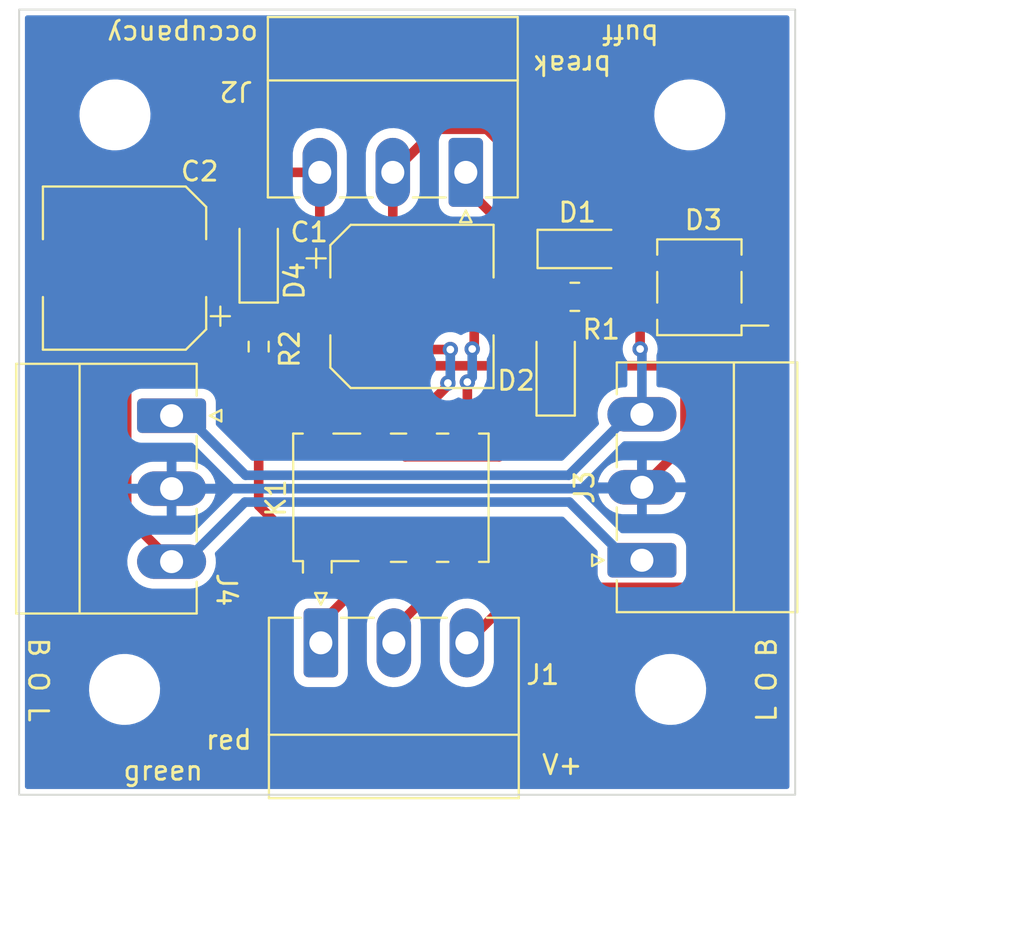
<source format=kicad_pcb>
(kicad_pcb (version 20221018) (generator pcbnew)
  (layers (0 "F.Cu" signal) (31 "B.Cu" signal) (34 "B.Paste" user) (35 "F.Paste" user) (36 "B.SilkS" user "B.Silkscreen") (37 "F.SilkS" user "F.Silkscreen") (38 "B.Mask" user) (39 "F.Mask" user) (44 "Edge.Cuts" user))
  (net 0 "")
  (net 1 "/O")
  (net 2 "Net-(C1-Pad2)")
  (net 3 "/contact")
  (net 4 "/buffer")
  (net 5 "/break")
  (net 6 "/B")
  (net 7 "/L")
  (net 8 "/red")
  (net 9 "/green")
  (net 10 "Net-(K1-Pad1)")
  (net 11 "Net-(D4-K)")
  (net 12 "Net-(D2-K)")
  (net 13 "Net-(D3-+)")
  (net 14 "Net-(D3--)")
  (footprint "Package_TO_SOT_SMD:TO-269AA" (layer "F.Cu") (at 156 130 180)
    (fp_text reference "D3" (at -0.21 3.508 unlocked) (layer "F.SilkS"))
    (fp_text value "MB10S")
    (fp_line (start -2.2 -2.5) (end -2.2 -2) (stroke (width 0.12)) (layer "F.SilkS"))
    (fp_line (start -2.2 -2) (end -3.6 -2) (stroke (width 0.12)) (layer "F.SilkS"))
    (fp_line (start -2.2 -0.8) (end -2.2 0.8) (stroke (width 0.12)) (layer "F.SilkS"))
    (fp_line (start -2.2 2.5) (end -2.2 1.7) (stroke (width 0.12)) (layer "F.SilkS"))
    (fp_line (start 2.2 -2.5) (end -2.2 -2.5) (stroke (width 0.12)) (layer "F.SilkS"))
    (fp_line (start 2.2 -1.7) (end 2.2 -2.5) (stroke (width 0.12)) (layer "F.SilkS"))
    (fp_line (start 2.2 -0.8) (end 2.2 0.8) (stroke (width 0.12)) (layer "F.SilkS"))
    (fp_line (start 2.2 1.7) (end 2.2 2.5) (stroke (width 0.12)) (layer "F.SilkS"))
    (fp_line (start 2.2 2.5) (end -2.2 2.5) (stroke (width 0.12)) (layer "F.SilkS"))
    (pad "1" smd rect (at -3.075 -1.27 180) (size 1 0.8) (layers "F.Cu" "F.Paste" "F.Mask") (net 13 "Net-(D3-+)"))
    (pad "2" smd rect (at -3.075 1.27 180) (size 1 0.8) (layers "F.Cu" "F.Paste" "F.Mask") (net 14 "Net-(D3--)"))
    (pad "3" smd rect (at 3.075 1.27 180) (size 1 0.8) (layers "F.Cu" "F.Paste" "F.Mask") (net 1 "/O"))
    (pad "4" smd rect (at 3.075 -1.27 180) (size 1 0.8) (layers "F.Cu" "F.Paste" "F.Mask") (net 6 "/B"))
  )
  (footprint "MountingHole:MountingHole_3.2mm_M3" (layer "F.Cu") (at 126 151)
    (fp_text reference "REF**" hide)
    (fp_text value "MountingHole_3.2mm_M3")
    (pad "" np_thru_hole circle (at 0 0) (size 3.2 3.2) (drill 3.2) (layers "*.Cu" "*.Mask"))
  )
  (footprint "Diode_SMD:D_SOD-123F" (layer "F.Cu") (at 148.5 134.5 90)
    (fp_text reference "D2" (at -0.374 -2.069 unlocked) (layer "F.SilkS"))
    (fp_text value "D")
    (fp_line (start -2.2 -1) (end -2.2 1) (stroke (width 0.12)) (layer "F.SilkS"))
    (fp_line (start -2.2 -1) (end 1.65 -1) (stroke (width 0.12)) (layer "F.SilkS"))
    (fp_line (start -2.2 1) (end 1.65 1) (stroke (width 0.12)) (layer "F.SilkS"))
    (pad "1" smd rect (at -1.4 0 90) (size 1.1 1.1) (layers "F.Cu" "F.Paste" "F.Mask") (net 12 "Net-(D2-K)"))
    (pad "2" smd rect (at 1.4 0 90) (size 1.1 1.1) (layers "F.Cu" "F.Paste" "F.Mask") (net 4 "/buffer"))
  )
  (footprint "Connector_Phoenix_MC:PhoenixContact_MC_1,5_3-G-3.81_1x03_P3.81mm_Horizontal" (layer "F.Cu") (at 128.455 136.707 -90)
    (fp_text reference "J4" (at 9.089 -2.863 -90 unlocked) (layer "F.SilkS"))
    (fp_text value "Screw_Terminal_01x03")
    (fp_line (start -2.71 -1.31) (end -2.71 8.11) (stroke (width 0.12)) (layer "F.SilkS"))
    (fp_line (start -2.71 -1.31) (end -1.05 -1.31) (stroke (width 0.12)) (layer "F.SilkS"))
    (fp_line (start -2.71 4.8) (end 10.33 4.8) (stroke (width 0.12)) (layer "F.SilkS"))
    (fp_line (start -2.71 8.11) (end 10.33 8.11) (stroke (width 0.12)) (layer "F.SilkS"))
    (fp_line (start -0.3 -2.6) (end 0.3 -2.6) (stroke (width 0.12)) (layer "F.SilkS"))
    (fp_line (start 0 -2) (end -0.3 -2.6) (stroke (width 0.12)) (layer "F.SilkS"))
    (fp_line (start 0.3 -2.6) (end 0 -2) (stroke (width 0.12)) (layer "F.SilkS"))
    (fp_line (start 1.05 -1.31) (end 2.76 -1.31) (stroke (width 0.12)) (layer "F.SilkS"))
    (fp_line (start 4.86 -1.31) (end 6.57 -1.31) (stroke (width 0.12)) (layer "F.SilkS"))
    (fp_line (start 10.33 -1.31) (end 8.67 -1.31) (stroke (width 0.12)) (layer "F.SilkS"))
    (fp_line (start 10.33 8.11) (end 10.33 -1.31) (stroke (width 0.12)) (layer "F.SilkS"))
    (pad "1" thru_hole roundrect (at 0 0 270) (size 1.8 3.6) (drill 1.2) (layers "*.Cu" "*.Mask") (roundrect_rratio 0.1388888889) (net 6 "/B"))
    (pad "2" thru_hole oval (at 3.81 0 270) (size 1.8 3.6) (drill 1.2) (layers "*.Cu" "*.Mask") (net 1 "/O"))
    (pad "3" thru_hole oval (at 7.62 0 270) (size 1.8 3.6) (drill 1.2) (layers "*.Cu" "*.Mask") (net 7 "/L"))
  )
  (footprint "Connector_Phoenix_MC:PhoenixContact_MC_1,5_3-G-3.81_1x03_P3.81mm_Horizontal" (layer "F.Cu") (at 153 144.255 90)
    (fp_text reference "J3" (at 3.81 -3 90 unlocked) (layer "F.SilkS"))
    (fp_text value "Screw_Terminal_01x03")
    (fp_line (start -2.71 -1.31) (end -2.71 8.11) (stroke (width 0.12)) (layer "F.SilkS"))
    (fp_line (start -2.71 -1.31) (end -1.05 -1.31) (stroke (width 0.12)) (layer "F.SilkS"))
    (fp_line (start -2.71 4.8) (end 10.33 4.8) (stroke (width 0.12)) (layer "F.SilkS"))
    (fp_line (start -2.71 8.11) (end 10.33 8.11) (stroke (width 0.12)) (layer "F.SilkS"))
    (fp_line (start -0.3 -2.6) (end 0.3 -2.6) (stroke (width 0.12)) (layer "F.SilkS"))
    (fp_line (start 0 -2) (end -0.3 -2.6) (stroke (width 0.12)) (layer "F.SilkS"))
    (fp_line (start 0.3 -2.6) (end 0 -2) (stroke (width 0.12)) (layer "F.SilkS"))
    (fp_line (start 1.05 -1.31) (end 2.76 -1.31) (stroke (width 0.12)) (layer "F.SilkS"))
    (fp_line (start 4.86 -1.31) (end 6.57 -1.31) (stroke (width 0.12)) (layer "F.SilkS"))
    (fp_line (start 10.33 -1.31) (end 8.67 -1.31) (stroke (width 0.12)) (layer "F.SilkS"))
    (fp_line (start 10.33 8.11) (end 10.33 -1.31) (stroke (width 0.12)) (layer "F.SilkS"))
    (pad "1" thru_hole roundrect (at 0 0 90) (size 1.8 3.6) (drill 1.2) (layers "*.Cu" "*.Mask") (roundrect_rratio 0.1388888889) (net 7 "/L"))
    (pad "2" thru_hole oval (at 3.81 0 90) (size 1.8 3.6) (drill 1.2) (layers "*.Cu" "*.Mask") (net 1 "/O"))
    (pad "3" thru_hole oval (at 7.62 0 90) (size 1.8 3.6) (drill 1.2) (layers "*.Cu" "*.Mask") (net 6 "/B"))
  )
  (footprint "MountingHole:MountingHole_3.2mm_M3" (layer "F.Cu") (at 125.5 121)
    (fp_text reference "REF**" hide)
    (fp_text value "MountingHole_3.2mm_M3")
    (pad "" np_thru_hole circle (at 0 0) (size 3.2 3.2) (drill 3.2) (layers "F&B.Cu" "*.Mask"))
  )
  (footprint "custom_kicad_lib_sk:R_0603_smalltext" (layer "F.Cu") (at 133 133.1 -90)
    (fp_text reference "R2" (at 0.123 -1.62 90 unlocked) (layer "F.SilkS"))
    (fp_text value "680R")
    (fp_line (start -0.254724 -0.5225) (end 0.254724 -0.5225) (stroke (width 0.12)) (layer "F.SilkS"))
    (fp_line (start -0.254724 0.5225) (end 0.254724 0.5225) (stroke (width 0.12)) (layer "F.SilkS"))
    (pad "1" smd roundrect (at -0.9125 0 270) (size 0.975 0.95) (layers "F.Cu" "F.Paste" "F.Mask") (net 11 "Net-(D4-K)"))
    (pad "2" smd roundrect (at 0.9125 0 270) (size 0.975 0.95) (layers "F.Cu" "F.Paste" "F.Mask") (net 10 "Net-(K1-Pad1)"))
  )
  (footprint "Capacitor_SMD:CP_Elec_8x10" (layer "F.Cu") (at 141 131)
    (fp_text reference "C1" (at -5.364 -3.873 unlocked) (layer "F.SilkS"))
    (fp_text value "220uF")
    (fp_line (start -5.5 -2.51) (end -4.5 -2.51) (stroke (width 0.12)) (layer "F.SilkS"))
    (fp_line (start -5 -3.01) (end -5 -2.01) (stroke (width 0.12)) (layer "F.SilkS"))
    (fp_line (start -4.26 -3.195563) (end -4.26 -1.51) (stroke (width 0.12)) (layer "F.SilkS"))
    (fp_line (start -4.26 -3.195563) (end -3.195563 -4.26) (stroke (width 0.12)) (layer "F.SilkS"))
    (fp_line (start -4.26 3.195563) (end -4.26 1.51) (stroke (width 0.12)) (layer "F.SilkS"))
    (fp_line (start -4.26 3.195563) (end -3.195563 4.26) (stroke (width 0.12)) (layer "F.SilkS"))
    (fp_line (start -3.195563 -4.26) (end 4.26 -4.26) (stroke (width 0.12)) (layer "F.SilkS"))
    (fp_line (start -3.195563 4.26) (end 4.26 4.26) (stroke (width 0.12)) (layer "F.SilkS"))
    (fp_line (start 4.26 -4.26) (end 4.26 -1.51) (stroke (width 0.12)) (layer "F.SilkS"))
    (fp_line (start 4.26 4.26) (end 4.26 1.51) (stroke (width 0.12)) (layer "F.SilkS"))
    (pad "1" smd roundrect (at -3.25 0) (size 3.5 2.5) (layers "F.Cu" "F.Paste" "F.Mask") (roundrect_rratio 0.1) (net 1 "/O"))
    (pad "2" smd roundrect (at 3.25 0) (size 3.5 2.5) (layers "F.Cu" "F.Paste" "F.Mask") (roundrect_rratio 0.1) (net 2 "Net-(C1-Pad2)"))
  )
  (footprint "custom_kicad_lib_sk:R_0805_handsolder-smalltext" (layer "F.Cu") (at 149.5 130.5 180)
    (fp_text reference "R1" (at -1.376 -1.707 unlocked) (layer "F.SilkS"))
    (fp_text value "1k5")
    (fp_line (start -0.227064 -0.735) (end 0.227064 -0.735) (stroke (width 0.12)) (layer "F.SilkS"))
    (fp_line (start -0.227064 0.735) (end 0.227064 0.735) (stroke (width 0.12)) (layer "F.SilkS"))
    (pad "1" smd roundrect (at -1 0 180) (size 1.2 1.4) (layers "F.Cu" "F.Paste" "F.Mask") (roundrect_rratio 0.2083333333) (net 6 "/B"))
    (pad "2" smd roundrect (at 1 0 180) (size 1.2 1.4) (layers "F.Cu" "F.Paste" "F.Mask") (roundrect_rratio 0.2083333333) (net 4 "/buffer"))
  )
  (footprint "Connector_Phoenix_MC:PhoenixContact_MC_1,5_3-G-3.81_1x03_P3.81mm_Horizontal" (layer "F.Cu") (at 143.81 124 180)
    (fp_text reference "J2" (at 11.984 4.239 180 unlocked) (layer "F.SilkS"))
    (fp_text value "Screw_Terminal_01x03")
    (fp_line (start -2.71 -1.31) (end -2.71 8.11) (stroke (width 0.12)) (layer "F.SilkS"))
    (fp_line (start -2.71 -1.31) (end -1.05 -1.31) (stroke (width 0.12)) (layer "F.SilkS"))
    (fp_line (start -2.71 4.8) (end 10.33 4.8) (stroke (width 0.12)) (layer "F.SilkS"))
    (fp_line (start -2.71 8.11) (end 10.33 8.11) (stroke (width 0.12)) (layer "F.SilkS"))
    (fp_line (start -0.3 -2.6) (end 0.3 -2.6) (stroke (width 0.12)) (layer "F.SilkS"))
    (fp_line (start 0 -2) (end -0.3 -2.6) (stroke (width 0.12)) (layer "F.SilkS"))
    (fp_line (start 0.3 -2.6) (end 0 -2) (stroke (width 0.12)) (layer "F.SilkS"))
    (fp_line (start 1.05 -1.31) (end 2.76 -1.31) (stroke (width 0.12)) (layer "F.SilkS"))
    (fp_line (start 4.86 -1.31) (end 6.57 -1.31) (stroke (width 0.12)) (layer "F.SilkS"))
    (fp_line (start 10.33 -1.31) (end 8.67 -1.31) (stroke (width 0.12)) (layer "F.SilkS"))
    (fp_line (start 10.33 8.11) (end 10.33 -1.31) (stroke (width 0.12)) (layer "F.SilkS"))
    (pad "1" thru_hole roundrect (at 0 0 180) (size 1.8 3.6) (drill 1.2) (layers "*.Cu" "*.Mask") (roundrect_rratio 0.1388888889) (net 4 "/buffer"))
    (pad "2" thru_hole oval (at 3.81 0 180) (size 1.8 3.6) (drill 1.2) (layers "*.Cu" "*.Mask") (net 5 "/break"))
    (pad "3" thru_hole oval (at 7.62 0 180) (size 1.8 3.6) (drill 1.2) (layers "*.Cu" "*.Mask") (net 3 "/contact"))
  )
  (footprint "Relay_SMD:Relay_DPDT_Omron_G6K-2F-Y" (layer "F.Cu") (at 139.9 141 90)
    (fp_text reference "K1" (at 0 -6 90 unlocked) (layer "F.SilkS"))
    (fp_text value "G6K-2")
    (fp_line (start -3.34 0.8) (end -3.34 0) (stroke (width 0.12)) (layer "F.SilkS"))
    (fp_line (start -3.34 3) (end -3.34 2.4) (stroke (width 0.12)) (layer "F.SilkS"))
    (fp_line (start -3.34 5.1) (end -3.34 4.6) (stroke (width 0.12)) (layer "F.SilkS"))
    (fp_line (start -3.3 -5.09) (end -3.3 -4.59) (stroke (width 0.12)) (layer "F.SilkS"))
    (fp_line (start -3.3 -5.09) (end 3.36 -5.1) (stroke (width 0.12)) (layer "F.SilkS"))
    (fp_line (start -3.3 -4.59) (end -3.9 -4.59) (stroke (width 0.12)) (layer "F.SilkS"))
    (fp_line (start -3.3 -3.09) (end -3.9 -3.09) (stroke (width 0.12)) (layer "F.SilkS"))
    (fp_line (start -3.3 -1.69) (end -3.3 -3.09) (stroke (width 0.12)) (layer "F.SilkS"))
    (fp_line (start 3.36 -5.1) (end 3.36 -4.6) (stroke (width 0.12)) (layer "F.SilkS"))
    (fp_line (start 3.36 -3) (end 3.36 -1.6) (stroke (width 0.12)) (layer "F.SilkS"))
    (fp_line (start 3.36 0) (end 3.36 0.8) (stroke (width 0.12)) (layer "F.SilkS"))
    (fp_line (start 3.36 2.4) (end 3.36 3) (stroke (width 0.12)) (layer "F.SilkS"))
    (fp_line (start 3.36 4.6) (end 3.36 5.1) (stroke (width 0.12)) (layer "F.SilkS"))
    (fp_line (start 3.36 5.1) (end -3.34 5.1) (stroke (width 0.12)) (layer "F.SilkS"))
    (pad "1" smd rect (at -3.5 -3.8 90) (size 1.8 0.8) (layers "F.Cu" "F.Paste" "F.Mask") (net 10 "Net-(K1-Pad1)"))
    (pad "2" smd rect (at -3.5 -0.6 90) (size 1.8 0.8) (layers "F.Cu" "F.Paste" "F.Mask") (net 9 "/green"))
    (pad "3" smd rect (at -3.5 1.6 90) (size 1.8 0.8) (layers "F.Cu" "F.Paste" "F.Mask") (net 14 "Net-(D3--)"))
    (pad "4" smd rect (at -3.5 3.8 90) (size 1.8 0.8) (layers "F.Cu" "F.Paste" "F.Mask") (net 8 "/red"))
    (pad "5" smd rect (at 3.5 3.8 90) (size 1.8 0.8) (layers "F.Cu" "F.Paste" "F.Mask") (net 2 "Net-(C1-Pad2)"))
    (pad "6" smd rect (at 3.5 1.6 90) (size 1.8 0.8) (layers "F.Cu" "F.Paste" "F.Mask") (net 5 "/break"))
    (pad "7" smd rect (at 3.5 -0.6 90) (size 1.8 0.8) (layers "F.Cu" "F.Paste" "F.Mask") (net 12 "Net-(D2-K)"))
    (pad "8" smd rect (at 3.5 -3.8 90) (size 1.8 0.8) (layers "F.Cu" "F.Paste" "F.Mask") (net 3 "/contact"))
  )
  (footprint "Diode_SMD:D_SOD-123F" (layer "F.Cu") (at 149.754 128)
    (fp_text reference "D1" (at -0.127 -1.905 unlocked) (layer "F.SilkS"))
    (fp_text value "D")
    (fp_line (start -2.2 -1) (end -2.2 1) (stroke (width 0.12)) (layer "F.SilkS"))
    (fp_line (start -2.2 -1) (end 1.65 -1) (stroke (width 0.12)) (layer "F.SilkS"))
    (fp_line (start -2.2 1) (end 1.65 1) (stroke (width 0.12)) (layer "F.SilkS"))
    (pad "1" smd rect (at -1.4 0) (size 1.1 1.1) (layers "F.Cu" "F.Paste" "F.Mask") (net 4 "/buffer"))
    (pad "2" smd rect (at 1.4 0) (size 1.1 1.1) (layers "F.Cu" "F.Paste" "F.Mask") (net 5 "/break"))
  )
  (footprint "MountingHole:MountingHole_3.2mm_M3" (layer "F.Cu") (at 154.5 151)
    (fp_text reference "REF**" hide)
    (fp_text value "MountingHole_3.2mm_M3")
    (pad "" np_thru_hole circle (at 0 0) (size 3.2 3.2) (drill 3.2) (layers "F&B.Cu" "*.Mask"))
  )
  (footprint "Capacitor_SMD:CP_Elec_8x10" (layer "F.Cu") (at 126 129 180)
    (fp_text reference "C2" (at -3.921 5.048 unlocked) (layer "F.SilkS"))
    (fp_text value "220uF")
    (fp_line (start -5.5 -2.51) (end -4.5 -2.51) (stroke (width 0.12)) (layer "F.SilkS"))
    (fp_line (start -5 -3.01) (end -5 -2.01) (stroke (width 0.12)) (layer "F.SilkS"))
    (fp_line (start -4.26 -3.195563) (end -4.26 -1.51) (stroke (width 0.12)) (layer "F.SilkS"))
    (fp_line (start -4.26 -3.195563) (end -3.195563 -4.26) (stroke (width 0.12)) (layer "F.SilkS"))
    (fp_line (start -4.26 3.195563) (end -4.26 1.51) (stroke (width 0.12)) (layer "F.SilkS"))
    (fp_line (start -4.26 3.195563) (end -3.195563 4.26) (stroke (width 0.12)) (layer "F.SilkS"))
    (fp_line (start -3.195563 -4.26) (end 4.26 -4.26) (stroke (width 0.12)) (layer "F.SilkS"))
    (fp_line (start -3.195563 4.26) (end 4.26 4.26) (stroke (width 0.12)) (layer "F.SilkS"))
    (fp_line (start 4.26 -4.26) (end 4.26 -1.51) (stroke (width 0.12)) (layer "F.SilkS"))
    (fp_line (start 4.26 4.26) (end 4.26 1.51) (stroke (width 0.12)) (layer "F.SilkS"))
    (pad "1" smd roundrect (at -3.25 0 180) (size 3.5 2.5) (layers "F.Cu" "F.Paste" "F.Mask") (roundrect_rratio 0.1) (net 11 "Net-(D4-K)"))
    (pad "2" smd roundrect (at 3.25 0 180) (size 3.5 2.5) (layers "F.Cu" "F.Paste" "F.Mask") (roundrect_rratio 0.1) (net 3 "/contact"))
  )
  (footprint "Diode_SMD:D_SOD-123F" (layer "F.Cu") (at 133 128.6 90)
    (fp_text reference "D4" (at -1.067 1.874 90 unlocked) (layer "F.SilkS"))
    (fp_text value "D")
    (fp_line (start -2.2 -1) (end -2.2 1) (stroke (width 0.12)) (layer "F.SilkS"))
    (fp_line (start -2.2 -1) (end 1.65 -1) (stroke (width 0.12)) (layer "F.SilkS"))
    (fp_line (start -2.2 1) (end 1.65 1) (stroke (width 0.12)) (layer "F.SilkS"))
    (pad "1" smd rect (at -1.4 0 90) (size 1.1 1.1) (layers "F.Cu" "F.Paste" "F.Mask") (net 11 "Net-(D4-K)"))
    (pad "2" smd rect (at 1.4 0 90) (size 1.1 1.1) (layers "F.Cu" "F.Paste" "F.Mask") (net 7 "/L"))
  )
  (footprint "MountingHole:MountingHole_3.2mm_M3" (layer "F.Cu") (at 155.5 121)
    (fp_text reference "REF**" hide)
    (fp_text value "MountingHole_3.2mm_M3")
    (pad "" np_thru_hole circle (at 0 0) (size 3.2 3.2) (drill 3.2) (layers "F&B.Cu" "*.Mask"))
  )
  (footprint "Connector_Phoenix_MC:PhoenixContact_MC_1,5_3-G-3.81_1x03_P3.81mm_Horizontal" (layer "F.Cu") (at 136.245 148.5675)
    (fp_text reference "J1" (at 11.583 1.6735 unlocked) (layer "F.SilkS"))
    (fp_text value "Screw_Terminal_01x03")
    (fp_line (start -2.71 -1.31) (end -2.71 8.11) (stroke (width 0.12)) (layer "F.SilkS"))
    (fp_line (start -2.71 -1.31) (end -1.05 -1.31) (stroke (width 0.12)) (layer "F.SilkS"))
    (fp_line (start -2.71 4.8) (end 10.33 4.8) (stroke (width 0.12)) (layer "F.SilkS"))
    (fp_line (start -2.71 8.11) (end 10.33 8.11) (stroke (width 0.12)) (layer "F.SilkS"))
    (fp_line (start -0.3 -2.6) (end 0.3 -2.6) (stroke (width 0.12)) (layer "F.SilkS"))
    (fp_line (start 0 -2) (end -0.3 -2.6) (stroke (width 0.12)) (layer "F.SilkS"))
    (fp_line (start 0.3 -2.6) (end 0 -2) (stroke (width 0.12)) (layer "F.SilkS"))
    (fp_line (start 1.05 -1.31) (end 2.76 -1.31) (stroke (width 0.12)) (layer "F.SilkS"))
    (fp_line (start 4.86 -1.31) (end 6.57 -1.31) (stroke (width 0.12)) (layer "F.SilkS"))
    (fp_line (start 10.33 -1.31) (end 8.67 -1.31) (stroke (width 0.12)) (layer "F.SilkS"))
    (fp_line (start 10.33 8.11) (end 10.33 -1.31) (stroke (width 0.12)) (layer "F.SilkS"))
    (pad "1" thru_hole roundrect (at 0 0) (size 1.8 3.6) (drill 1.2) (layers "*.Cu" "*.Mask") (roundrect_rratio 0.1388888889) (net 9 "/green"))
    (pad "2" thru_hole oval (at 3.81 0) (size 1.8 3.6) (drill 1.2) (layers "*.Cu" "*.Mask") (net 8 "/red"))
    (pad "3" thru_hole oval (at 7.62 0) (size 1.8 3.6) (drill 1.2) (layers "*.Cu" "*.Mask") (net 13 "Net-(D3-+)"))
  )
  (gr_rect (start 120.5 115.5) (end 161 156.5) (stroke (width 0.1)) (fill none) (layer "Edge.Cuts"))
  (gr_text "B O L" (at 121.5 150.5 270) (layer "F.SilkS") (effects (font (size 1 1))))
  (gr_text "occupancy" (at 129.032 116.84 180) (layer "F.SilkS") (effects (font (size 1 1))))
  (gr_text "V+" (at 148.844 154.94) (layer "F.SilkS") (effects (font (size 1 1))))
  (gr_text "L O B" (at 159.512 150.5 90) (layer "F.SilkS") (effects (font (size 1 1))))
  (gr_text "         red\ngreen" (at 128.016 154.432) (layer "F.SilkS") (effects (font (size 1 1))))
  (gr_text "        break\nbuff" (at 152.4 117.602 180) (layer "F.SilkS") (effects (font (size 1 1))))
  (segment (start 140.85 134.1) (end 154.65 134.1) (width 0.5) (layer "F.Cu") (net 1))
  (segment (start 155.25 134.62) (end 155.25 138.195) (width 0.5) (layer "F.Cu") (net 1))
  (segment (start 155.25 133.5) (end 155.25 134.62) (width 0.5) (layer "F.Cu") (net 1))
  (segment (start 152.925 128.73) (end 155.25 131.055) (width 0.5) (layer "F.Cu") (net 1))
  (segment (start 155.25 138.195) (end 153 140.445) (width 0.5) (layer "F.Cu") (net 1))
  (segment (start 137.75 131) (end 140.85 134.1) (width 0.5) (layer "F.Cu") (net 1))
  (segment (start 155.25 131.055) (end 155.25 133.5) (width 0.5) (layer "F.Cu") (net 1))
  (segment (start 154.65 134.1) (end 155.25 133.5) (width 0.5) (layer "F.Cu") (net 1))
  (segment (start 154.73 134.1) (end 155.25 134.62) (width 0.5) (layer "F.Cu") (net 1))
  (segment (start 154.65 134.1) (end 154.73 134.1) (width 0.5) (layer "F.Cu") (net 1))
  (segment (start 128.455 140.517) (end 152.483 140.517) (width 0.5) (layer "B.Cu") (net 1))
  (segment (start 144.25 131) (end 144.25 133.118) (width 0.5) (layer "F.Cu") (net 2))
  (segment (start 143.891 134.9495) (end 143.891 137.309) (width 0.5) (layer "F.Cu") (net 2))
  (segment (start 144.25 133.118) (end 144.145 133.223) (width 0.5) (layer "F.Cu") (net 2))
  (segment (start 143.891 137.309) (end 143.7 137.5) (width 0.5) (layer "F.Cu") (net 2))
  (via (at 143.891 134.9495) (size 0.8) (drill 0.4) (layers "F.Cu" "B.Cu") (net 2))
  (via (at 144.145 133.223) (size 0.8) (drill 0.4) (layers "F.Cu" "B.Cu") (net 2))
  (segment (start 144.145 133.223) (end 144.145 134.6955) (width 0.5) (layer "B.Cu") (net 2))
  (segment (start 144.145 134.6955) (end 143.891 134.9495) (width 0.5) (layer "B.Cu") (net 2))
  (segment (start 136.1 137.5) (end 136.1 135.424) (width 0.5) (layer "F.Cu") (net 3))
  (segment (start 136.19 127.503) (end 135.55 128.143) (width 0.5) (layer "F.Cu") (net 3))
  (segment (start 136.19 124) (end 136.19 127.503) (width 0.5) (layer "F.Cu") (net 3))
  (segment (start 122.75 129) (end 123.095 129) (width 0.5) (layer "F.Cu") (net 3))
  (segment (start 128.095 124) (end 136.19 124) (width 0.5) (layer "F.Cu") (net 3))
  (segment (start 136.1 135.424) (end 135.55 134.874) (width 0.5) (layer "F.Cu") (net 3))
  (segment (start 123.095 129) (end 128.095 124) (width 0.5) (layer "F.Cu") (net 3))
  (segment (start 135.55 134.874) (end 135.55 128.143) (width 0.5) (layer "F.Cu") (net 3))
  (segment (start 148.5 128.146) (end 148.354 128) (width 0.5) (layer "F.Cu") (net 4))
  (segment (start 148.5 130.5) (end 148.5 128.146) (width 0.5) (layer "F.Cu") (net 4))
  (segment (start 143.81 124.81) (end 147 128) (width 0.5) (layer "F.Cu") (net 4))
  (segment (start 148.5 133.1) (end 148.5 130.5) (width 0.5) (layer "F.Cu") (net 4))
  (segment (start 143.81 124) (end 143.81 124.81) (width 0.5) (layer "F.Cu") (net 4))
  (segment (start 147 128) (end 148.354 128) (width 0.5) (layer "F.Cu") (net 4))
  (segment (start 140 124) (end 142.25 121.75) (width 0.5) (layer "F.Cu") (net 5))
  (segment (start 144.904 121.75) (end 151.154 128) (width 0.5) (layer "F.Cu") (net 5))
  (segment (start 142.0135 133.2505) (end 143.002 133.2505) (width 0.5) (layer "F.Cu") (net 5))
  (segment (start 141.5 136.503) (end 143.002 135.001) (width 0.5) (layer "F.Cu") (net 5))
  (segment (start 141.224 128.143) (end 141.224 132.461) (width 0.5) (layer "F.Cu") (net 5))
  (segment (start 140 126.919) (end 141.224 128.143) (width 0.5) (layer "F.Cu") (net 5))
  (segment (start 141.224 132.461) (end 142.0135 133.2505) (width 0.5) (layer "F.Cu") (net 5))
  (segment (start 140 124) (end 140 126.919) (width 0.5) (layer "F.Cu") (net 5))
  (segment (start 141.5 137.5) (end 141.5 136.503) (width 0.5) (layer "F.Cu") (net 5))
  (segment (start 142.25 121.75) (end 144.904 121.75) (width 0.5) (layer "F.Cu") (net 5))
  (via (at 143.002 133.2505) (size 0.8) (drill 0.4) (layers "F.Cu" "B.Cu") (net 5))
  (via (at 142.875 135.001) (size 0.8) (drill 0.4) (layers "F.Cu" "B.Cu") (net 5))
  (segment (start 143.002 135.001) (end 143.002 133.2505) (width 0.5) (layer "B.Cu") (net 5))
  (segment (start 152.908 131.287) (end 152.925 131.27) (width 0.5) (layer "F.Cu") (net 6))
  (segment (start 152.925 131.27) (end 151.27 131.27) (width 0.5) (layer "F.Cu") (net 6))
  (segment (start 151.27 131.27) (end 150.5 130.5) (width 0.5) (layer "F.Cu") (net 6))
  (segment (start 152.908 133.223) (end 152.908 131.287) (width 0.5) (layer "F.Cu") (net 6))
  (via (at 152.908 133.223) (size 0.8) (drill 0.4) (layers "F.Cu" "B.Cu") (net 6))
  (segment (start 149.183 139.817) (end 152.365 136.635) (width 0.5) (layer "B.Cu") (net 6))
  (segment (start 153 133.315) (end 152.908 133.223) (width 0.5) (layer "B.Cu") (net 6))
  (segment (start 152.365 136.635) (end 153 136.635) (width 0.5) (layer "B.Cu") (net 6))
  (segment (start 129.207 136.707) (end 132.317 139.817) (width 0.5) (layer "B.Cu") (net 6))
  (segment (start 153 136.635) (end 153 133.315) (width 0.5) (layer "B.Cu") (net 6))
  (segment (start 128.455 136.707) (end 129.207 136.707) (width 0.5) (layer "B.Cu") (net 6))
  (segment (start 132.317 139.817) (end 149.183 139.817) (width 0.5) (layer "B.Cu") (net 6))
  (segment (start 126.111 141.983) (end 128.455 144.327) (width 0.5) (layer "F.Cu") (net 7))
  (segment (start 127.560051 127.2) (end 126.111 128.649051) (width 0.5) (layer "F.Cu") (net 7))
  (segment (start 133 127.2) (end 127.560051 127.2) (width 0.5) (layer "F.Cu") (net 7))
  (segment (start 126.111 128.649051) (end 126.111 141.983) (width 0.5) (layer "F.Cu") (net 7))
  (segment (start 129.173 144.327) (end 132.283 141.217) (width 0.5) (layer "B.Cu") (net 7))
  (segment (start 128.455 144.327) (end 129.173 144.327) (width 0.5) (layer "B.Cu") (net 7))
  (segment (start 149.217 141.217) (end 152.255 144.255) (width 0.5) (layer "B.Cu") (net 7))
  (segment (start 132.283 141.217) (end 149.217 141.217) (width 0.5) (layer "B.Cu") (net 7))
  (segment (start 152.255 144.255) (end 153 144.255) (width 0.5) (layer "B.Cu") (net 7))
  (segment (start 140.055 147.854) (end 142.059 145.85) (width 0.5) (layer "F.Cu") (net 8))
  (segment (start 142.35 145.85) (end 143.7 144.5) (width 0.5) (layer "F.Cu") (net 8))
  (segment (start 142.059 145.85) (end 142.35 145.85) (width 0.5) (layer "F.Cu") (net 8))
  (segment (start 140.055 148.5675) (end 140.055 147.854) (width 0.5) (layer "F.Cu") (net 8))
  (segment (start 136.245 148.5675) (end 136.245 147.555) (width 0.5) (layer "F.Cu") (net 9))
  (segment (start 136.245 147.555) (end 139.3 144.5) (width 0.5) (layer "F.Cu") (net 9))
  (segment (start 136.1 144.5) (end 133 141.4) (width 0.5) (layer "F.Cu") (net 10))
  (segment (start 133 141.4) (end 133 134.0125) (width 0.5) (layer "F.Cu") (net 10))
  (segment (start 132.413 129.413) (end 129.663 129.413) (width 0.5) (layer "F.Cu") (net 11))
  (segment (start 133 132.1875) (end 133 130) (width 0.5) (layer "F.Cu") (net 11))
  (segment (start 133 130) (end 132.413 129.413) (width 0.5) (layer "F.Cu") (net 11))
  (segment (start 129.663 129.413) (end 129.25 129) (width 0.5) (layer "F.Cu") (net 11))
  (segment (start 145.55 138.85) (end 148.5 135.9) (width 0.5) (layer "F.Cu") (net 12))
  (segment (start 140.65 138.85) (end 145.55 138.85) (width 0.5) (layer "F.Cu") (net 12))
  (segment (start 139.3 137.5) (end 140.65 138.85) (width 0.5) (layer "F.Cu") (net 12))
  (segment (start 156.43795 146.431) (end 159.075 143.79395) (width 0.5) (layer "F.Cu") (net 13))
  (segment (start 159.075 143.79395) (end 159.075 131.27) (width 0.5) (layer "F.Cu") (net 13))
  (segment (start 146.0015 146.431) (end 156.43795 146.431) (width 0.5) (layer "F.Cu") (net 13))
  (segment (start 143.865 148.5675) (end 146.0015 146.431) (width 0.5) (layer "F.Cu") (net 13))
  (segment (start 158.125 131.87) (end 158.375 132.12) (width 0.5) (layer "F.Cu") (net 14))
  (segment (start 156.21 145.669) (end 150.114 145.669) (width 0.5) (layer "F.Cu") (net 14))
  (segment (start 150.114 145.669) (end 147.595 143.15) (width 0.5) (layer "F.Cu") (net 14))
  (segment (start 158.375 132.12) (end 158.375 143.504) (width 0.5) (layer "F.Cu") (net 14))
  (segment (start 147.595 143.15) (end 142.219 143.15) (width 0.5) (layer "F.Cu") (net 14))
  (segment (start 159.075 128.73) (end 158.125 129.68) (width 0.5) (layer "F.Cu") (net 14))
  (segment (start 158.125 129.68) (end 158.125 131.87) (width 0.5) (layer "F.Cu") (net 14))
  (segment (start 142.219 143.15) (end 141.5 143.869) (width 0.5) (layer "F.Cu") (net 14))
  (segment (start 141.5 143.869) (end 141.5 144.5) (width 0.5) (layer "F.Cu") (net 14))
  (segment (start 158.375 143.504) (end 156.21 145.669) (width 0.5) (layer "F.Cu") (net 14))
  (zone (net 1) (net_name "/O") (layer "B.Cu") (connect_pads (clearance 0.508)) (min_thickness 0.254) (fill yes (thermal_gap 0.508) (thermal_bridge_width 0.508))
    (polygon (pts (xy 162 157) (xy 119.5 157.5) (xy 120 115) (xy 162 115)))
  )
)
</source>
